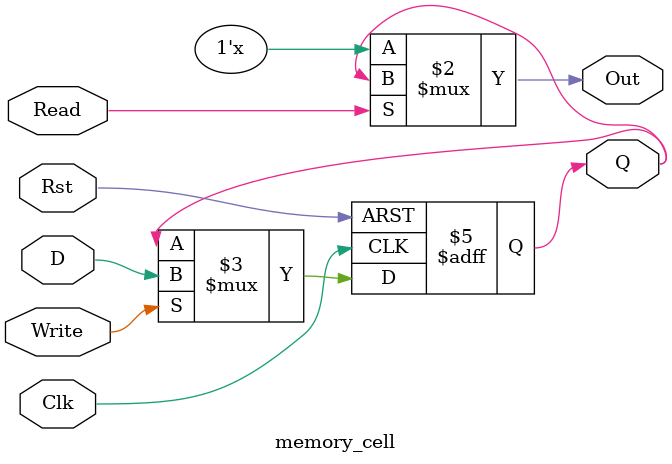
<source format=v>
module memory_cell(
    input D, Read, Write, Clk, Rst,
    output reg Q,
    output Out
);
    always @(posedge Clk or posedge Rst) begin
        if (Rst)
            Q <= 0;
        else if (Write)
            Q <= D;
    end

    assign Out = (Read) ? Q : 1'bz;
endmodule

</source>
